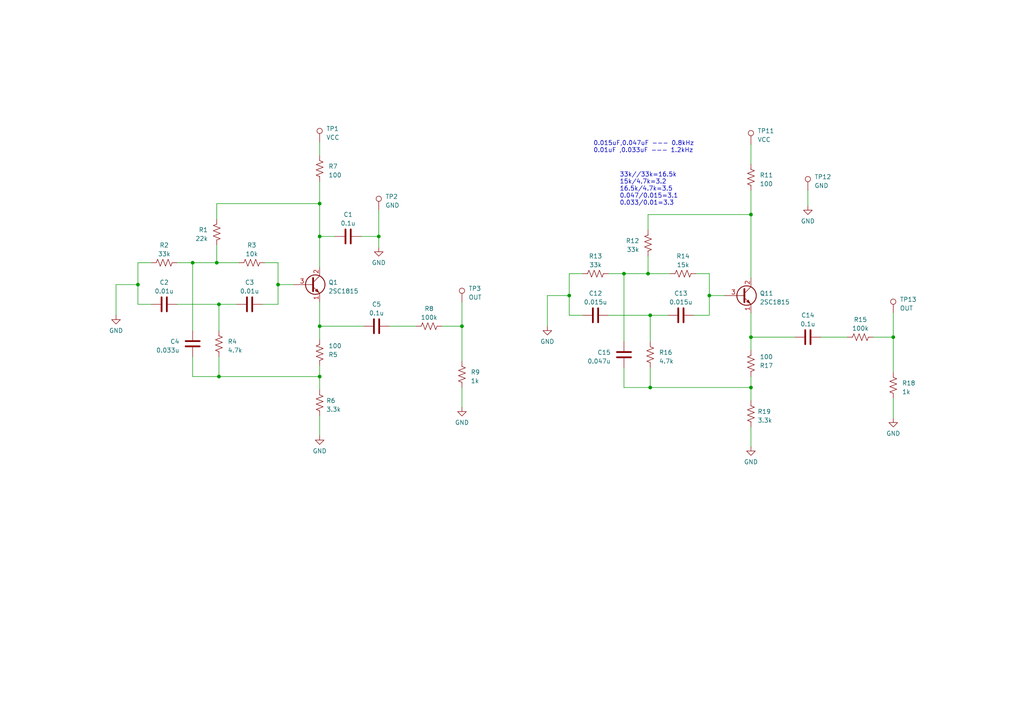
<source format=kicad_sch>
(kicad_sch (version 20230121) (generator eeschema)
  (paper "A4")
  (lib_symbols
    (symbol "Connector:TestPoint" (pin_numbers hide) (pin_names (offset 0.762) hide)
      (property "Reference" "TP" (at 0 6.858 0))
      (property "Value" "TestPoint" (at 0 5.08 0))
      (symbol "TestPoint_0_1"
        (circle (center 0 3.302) (radius 0.762))
      )
      (symbol "TestPoint_1_1"
        (pin passive line (at 0 0 90) (length 2.54) (name "1") (number "1"))
      )
    )
    (symbol "Device:C" (pin_numbers hide) (pin_names (offset 0.254))
      (property "Reference" "C" (at 0.635 2.54 0))
      (property "Value" "C" (at 0.635 -2.54 0))
      (symbol "C_0_1"
        (polyline (pts (xy -2.032 -0.762) (xy 2.032 -0.762)) (stroke (width 0.508)))
        (polyline (pts (xy -2.032 0.762) (xy 2.032 0.762)) (stroke (width 0.508)))
      )
      (symbol "C_1_1"
        (pin passive line (at 0 3.81 270) (length 2.794) (name "~") (number "1"))
        (pin passive line (at 0 -3.81 90) (length 2.794) (name "~") (number "2"))
      )
    )
    (symbol "Device:R_US" (pin_numbers hide) (pin_names (offset 0))
      (property "Reference" "R" (at 2.54 0 90))
      (property "Value" "R_US" (at -2.54 0 90))
      (symbol "R_US_0_1"
        (polyline (pts (xy 0 -2.286) (xy 0 -2.54)))
        (polyline (pts (xy 0 2.286) (xy 0 2.54)))
        (polyline (pts (xy 0 -0.762) (xy 1.016 -1.143) (xy 0 -1.524) (xy -1.016 -1.905) (xy 0 -2.286)))
        (polyline (pts (xy 0 0.762) (xy 1.016 0.381) (xy 0 0) (xy -1.016 -0.381) (xy 0 -0.762)))
        (polyline (pts (xy 0 2.286) (xy 1.016 1.905) (xy 0 1.524) (xy -1.016 1.143) (xy 0 0.762)))
      )
      (symbol "R_US_1_1"
        (pin passive line (at 0 3.81 270) (length 1.27) (name "~") (number "1"))
        (pin passive line (at 0 -3.81 90) (length 1.27) (name "~") (number "2"))
      )
    )
    (symbol "Transistor_BJT:2SC1815" (pin_names (offset 0) hide)
      (property "Reference" "Q" (at 5.08 1.905 0))
      (property "Value" "2SC1815" (at 5.08 0 0))
      (symbol "2SC1815_0_1"
        (polyline (pts (xy 0 0) (xy 0.508 0)))
        (polyline (pts (xy 0.635 0.635) (xy 2.54 2.54)))
        (polyline (pts (xy 0.635 -0.635) (xy 2.54 -2.54) (xy 2.54 -2.54)))
        (polyline (pts (xy 0.635 1.905) (xy 0.635 -1.905) (xy 0.635 -1.905)) (stroke (width 0.508)))
        (polyline (pts (xy 1.27 -1.778) (xy 1.778 -1.27) (xy 2.286 -2.286) (xy 1.27 -1.778) (xy 1.27 -1.778)) (fill (type outline)))
        (circle (center 1.27 0) (radius 2.8194) (stroke (width 0.254)))
      )
      (symbol "2SC1815_1_1"
        (pin passive line (at 2.54 -5.08 90) (length 2.54) (name "E") (number "1"))
        (pin passive line (at 2.54 5.08 270) (length 2.54) (name "C") (number "2"))
        (pin input line (at -5.08 0 0) (length 5.08) (name "B") (number "3"))
      )
    )
    (symbol "power:GND" (power) (pin_names (offset 0))
      (property "Value" "GND" (at 0 -3.81 0))
      (symbol "GND_0_1"
        (polyline (pts (xy 0 0) (xy 0 -1.27) (xy 1.27 -1.27) (xy 0 -2.54) (xy -1.27 -1.27) (xy 0 -1.27)))
      )
      (symbol "GND_1_1"
        (pin power_in line (at 0 0 270) (length 0) hide (name "GND") (number "1"))
      )
    )
  )
  (junction (at 109.855 68.58))
  (junction (at 63.5 109.22))
  (junction (at 217.805 62.23))
  (junction (at 55.88 76.2))
  (junction (at 165.1 85.725))
  (junction (at 40.005 82.55))
  (junction (at 92.71 68.58))
  (junction (at 205.74 85.725))
  (junction (at 92.71 59.055))
  (junction (at 80.645 82.55))
  (junction (at 92.71 94.615))
  (junction (at 188.595 91.44))
  (junction (at 188.595 112.395))
  (junction (at 62.865 76.2))
  (junction (at 180.975 79.375))
  (junction (at 259.08 97.79))
  (junction (at 63.5 88.265))
  (junction (at 92.71 109.22))
  (junction (at 133.985 94.615))
  (junction (at 187.96 79.375))
  (junction (at 217.805 97.79))
  (junction (at 217.805 112.395))
  (wire (pts (xy 133.985 87.63) (xy 133.985 94.615)))
  (wire (pts (xy 205.74 79.375) (xy 205.74 85.725)))
  (wire (pts (xy 180.975 79.375) (xy 187.96 79.375)))
  (wire (pts (xy 80.645 82.55) (xy 85.09 82.55)))
  (wire (pts (xy 109.855 60.96) (xy 109.855 68.58)))
  (wire (pts (xy 165.1 79.375) (xy 165.1 85.725)))
  (wire (pts (xy 104.775 68.58) (xy 109.855 68.58)))
  (wire (pts (xy 259.08 90.805) (xy 259.08 97.79)))
  (wire (pts (xy 63.5 103.505) (xy 63.5 109.22)))
  (wire (pts (xy 92.71 68.58) (xy 97.155 68.58)))
  (wire (pts (xy 63.5 109.22) (xy 92.71 109.22)))
  (wire (pts (xy 180.975 79.375) (xy 180.975 99.06)))
  (wire (pts (xy 92.71 41.275) (xy 92.71 45.085)))
  (wire (pts (xy 55.88 109.22) (xy 63.5 109.22)))
  (wire (pts (xy 40.005 88.265) (xy 43.815 88.265)))
  (wire (pts (xy 92.71 87.63) (xy 92.71 94.615)))
  (wire (pts (xy 33.655 91.44) (xy 33.655 82.55)))
  (wire (pts (xy 180.975 106.68) (xy 180.975 112.395)))
  (wire (pts (xy 187.96 62.23) (xy 217.805 62.23)))
  (wire (pts (xy 238.125 97.79) (xy 245.745 97.79)))
  (wire (pts (xy 217.805 90.805) (xy 217.805 97.79)))
  (wire (pts (xy 62.865 76.2) (xy 69.215 76.2)))
  (wire (pts (xy 217.805 97.79) (xy 217.805 101.6)))
  (wire (pts (xy 217.805 112.395) (xy 217.805 116.205)))
  (wire (pts (xy 217.805 41.91) (xy 217.805 47.625)))
  (wire (pts (xy 33.655 82.55) (xy 40.005 82.55)))
  (wire (pts (xy 113.03 94.615) (xy 120.65 94.615)))
  (wire (pts (xy 158.75 85.725) (xy 165.1 85.725)))
  (wire (pts (xy 62.865 63.5) (xy 62.865 59.055)))
  (wire (pts (xy 92.71 109.22) (xy 92.71 113.03)))
  (wire (pts (xy 62.865 76.2) (xy 62.865 71.12)))
  (wire (pts (xy 133.985 112.395) (xy 133.985 118.11)))
  (wire (pts (xy 165.1 85.725) (xy 165.1 91.44)))
  (wire (pts (xy 176.53 91.44) (xy 188.595 91.44)))
  (wire (pts (xy 63.5 88.265) (xy 68.58 88.265)))
  (wire (pts (xy 55.88 76.2) (xy 62.865 76.2)))
  (wire (pts (xy 76.835 76.2) (xy 80.645 76.2)))
  (wire (pts (xy 92.71 77.47) (xy 92.71 68.58)))
  (wire (pts (xy 205.74 85.725) (xy 210.185 85.725)))
  (wire (pts (xy 92.71 120.65) (xy 92.71 126.365)))
  (wire (pts (xy 187.96 79.375) (xy 187.96 74.295)))
  (wire (pts (xy 176.53 79.375) (xy 180.975 79.375)))
  (wire (pts (xy 259.08 115.57) (xy 259.08 121.285)))
  (wire (pts (xy 92.71 59.055) (xy 92.71 68.58)))
  (wire (pts (xy 80.645 76.2) (xy 80.645 82.55)))
  (wire (pts (xy 128.27 94.615) (xy 133.985 94.615)))
  (wire (pts (xy 92.71 94.615) (xy 92.71 98.425)))
  (wire (pts (xy 133.985 94.615) (xy 133.985 104.775)))
  (wire (pts (xy 63.5 88.265) (xy 63.5 95.885)))
  (wire (pts (xy 217.805 62.23) (xy 217.805 80.645)))
  (wire (pts (xy 217.805 109.22) (xy 217.805 112.395)))
  (wire (pts (xy 205.74 85.725) (xy 205.74 91.44)))
  (wire (pts (xy 92.71 52.705) (xy 92.71 59.055)))
  (wire (pts (xy 92.71 106.045) (xy 92.71 109.22)))
  (wire (pts (xy 51.435 88.265) (xy 63.5 88.265)))
  (wire (pts (xy 253.365 97.79) (xy 259.08 97.79)))
  (wire (pts (xy 187.96 79.375) (xy 194.31 79.375)))
  (wire (pts (xy 187.96 66.675) (xy 187.96 62.23)))
  (wire (pts (xy 55.88 103.505) (xy 55.88 109.22)))
  (wire (pts (xy 80.645 88.265) (xy 76.2 88.265)))
  (wire (pts (xy 188.595 112.395) (xy 217.805 112.395)))
  (wire (pts (xy 188.595 91.44) (xy 188.595 99.06)))
  (wire (pts (xy 217.805 55.245) (xy 217.805 62.23)))
  (wire (pts (xy 62.865 59.055) (xy 92.71 59.055)))
  (wire (pts (xy 168.91 79.375) (xy 165.1 79.375)))
  (wire (pts (xy 188.595 106.68) (xy 188.595 112.395)))
  (wire (pts (xy 158.75 94.615) (xy 158.75 85.725)))
  (wire (pts (xy 55.88 76.2) (xy 55.88 95.885)))
  (wire (pts (xy 92.71 94.615) (xy 105.41 94.615)))
  (wire (pts (xy 43.815 76.2) (xy 40.005 76.2)))
  (wire (pts (xy 188.595 91.44) (xy 193.675 91.44)))
  (wire (pts (xy 201.93 79.375) (xy 205.74 79.375)))
  (wire (pts (xy 80.645 82.55) (xy 80.645 88.265)))
  (wire (pts (xy 109.855 68.58) (xy 109.855 71.755)))
  (wire (pts (xy 217.805 97.79) (xy 230.505 97.79)))
  (wire (pts (xy 180.975 112.395) (xy 188.595 112.395)))
  (wire (pts (xy 234.315 55.245) (xy 234.315 59.69)))
  (wire (pts (xy 40.005 82.55) (xy 40.005 88.265)))
  (wire (pts (xy 51.435 76.2) (xy 55.88 76.2)))
  (wire (pts (xy 217.805 123.825) (xy 217.805 129.54)))
  (wire (pts (xy 259.08 97.79) (xy 259.08 107.95)))
  (wire (pts (xy 205.74 91.44) (xy 201.295 91.44)))
  (wire (pts (xy 165.1 91.44) (xy 168.91 91.44)))
  (wire (pts (xy 40.005 76.2) (xy 40.005 82.55)))
  (text "33k//33k=16.5k\n15k/4.7k=3.2\n16.5k/4.7k=3.5\n0.047/0.015=3.1\n0.033/0.01=3.3\n" (at 179.705 59.69 0) (effects (font (size 1.27 1.27)) (justify left bottom)))
  (text "0.015uF,0.047uF --- 0.8kHz\n0.01uF ,0.033uF --- 1.2kHz\n" (at 172.085 44.45 0) (effects (font (size 1.27 1.27)) (justify left bottom)))
  (symbol (lib_id "power:GND") (at 217.805 129.54 0) (unit 1)
    (property "Reference" "#PWR06" (effects hide))
    (property "Value" "GND" (at 217.805 133.985 0))
  )
  (symbol (lib_id "power:GND") (at 259.08 121.285 0) (unit 1)
    (property "Reference" "#PWR011" (effects hide))
    (property "Value" "GND" (at 259.08 125.73 0))
  )
  (symbol (lib_id "Device:R_US") (at 217.805 105.41 0) (mirror x) (unit 1)
    (property "Reference" "R17" (at 220.345 106.045 0) (effects (justify left)))
    (property "Value" "100" (at 220.345 103.505 0) (effects (justify left)))
    (property "Footprint" "Resistor_THT:R_Axial_DIN0207_L6.3mm_D2.5mm_P2.54mm_Vertical" (effects hide))
  )
  (symbol (lib_id "power:GND") (at 158.75 94.615 0) (unit 1)
    (property "Reference" "#PWR04" (effects hide))
    (property "Value" "GND" (at 158.75 99.06 0))
  )
  (symbol (lib_id "Device:R_US") (at 188.595 102.87 180) (unit 1)
    (property "Reference" "R16" (at 191.135 102.235 0) (effects (justify right)))
    (property "Value" "4.7k" (at 191.135 104.775 0) (effects (justify right)))
    (property "Footprint" "Resistor_THT:R_Axial_DIN0207_L6.3mm_D2.5mm_P2.54mm_Vertical" (effects hide))
  )
  (symbol (lib_id "Device:C") (at 172.72 91.44 90) (unit 1)
    (property "Reference" "C12" (at 172.72 85.09 90))
    (property "Value" "0.015u" (at 172.72 87.63 90))
    (property "Footprint" "usr-Library:C_Disc_P5.12mm" (effects hide))
  )
  (symbol (lib_id "Device:R_US") (at 92.71 48.895 0) (unit 1)
    (property "Reference" "R7" (at 95.25 48.26 0) (effects (justify left)))
    (property "Value" "100" (at 95.25 50.8 0) (effects (justify left)))
    (property "Footprint" "Resistor_THT:R_Axial_DIN0207_L6.3mm_D2.5mm_P2.54mm_Vertical" (effects hide))
  )
  (symbol (lib_id "Transistor_BJT:2SC1815") (at 90.17 82.55 0) (unit 1)
    (property "Reference" "Q1" (at 95.25 81.915 0) (effects (justify left)))
    (property "Value" "2SC1815" (at 95.25 84.455 0) (effects (justify left)))
    (property "Footprint" "Package_TO_SOT_THT:TO-92_Inline_Wide" (effects hide))
    (property "Datasheet" "https://media.digikey.com/pdf/Data%20Sheets/Toshiba%20PDFs/2SC1815.pdf" (effects hide))
  )
  (symbol (lib_id "Device:C") (at 100.965 68.58 90) (unit 1)
    (property "Reference" "C1" (at 100.965 62.23 90))
    (property "Value" "0.1u" (at 100.965 64.77 90))
    (property "Footprint" "usr-Library:C_Disc_P2.54mm" (effects hide))
  )
  (symbol (lib_id "Device:C") (at 55.88 99.695 0) (mirror y) (unit 1)
    (property "Reference" "C4" (at 52.07 99.06 0) (effects (justify left)))
    (property "Value" "0.033u" (at 52.07 101.6 0) (effects (justify left)))
    (property "Footprint" "usr-Library:C_Disc_P5.12mm" (effects hide))
  )
  (symbol (lib_id "Device:R_US") (at 187.96 70.485 0) (mirror y) (unit 1)
    (property "Reference" "R12" (at 185.42 69.85 0) (effects (justify left)))
    (property "Value" "33k" (at 185.42 72.39 0) (effects (justify left)))
    (property "Footprint" "Resistor_THT:R_Axial_DIN0207_L6.3mm_D2.5mm_P2.54mm_Vertical" (effects hide))
  )
  (symbol (lib_id "Connector:TestPoint") (at 259.08 90.805 0) (unit 1)
    (property "Reference" "TP13" (at 260.985 86.868 0) (effects (justify left)))
    (property "Value" "OUT" (at 260.985 89.408 0) (effects (justify left)))
    (property "Footprint" "TestPoint:TestPoint_Loop_D2.50mm_Drill1.0mm" (effects hide))
  )
  (symbol (lib_id "Connector:TestPoint") (at 133.985 87.63 0) (unit 1)
    (property "Reference" "TP3" (at 135.89 83.693 0) (effects (justify left)))
    (property "Value" "OUT" (at 135.89 86.233 0) (effects (justify left)))
    (property "Footprint" "TestPoint:TestPoint_Loop_D2.50mm_Drill1.0mm" (effects hide))
  )
  (symbol (lib_id "Device:C") (at 47.625 88.265 90) (unit 1)
    (property "Reference" "C2" (at 47.625 81.915 90))
    (property "Value" "0.01u" (at 47.625 84.455 90))
    (property "Footprint" "usr-Library:C_Disc_P5.12mm" (effects hide))
  )
  (symbol (lib_id "Device:R_US") (at 47.625 76.2 90) (unit 1)
    (property "Reference" "R2" (at 47.625 71.12 90))
    (property "Value" "33k" (at 47.625 73.66 90))
    (property "Footprint" "Resistor_THT:R_Axial_DIN0207_L6.3mm_D2.5mm_P2.54mm_Vertical" (effects hide))
  )
  (symbol (lib_id "Device:C") (at 180.975 102.87 0) (mirror y) (unit 1)
    (property "Reference" "C15" (at 177.165 102.235 0) (effects (justify left)))
    (property "Value" "0.047u" (at 177.165 104.775 0) (effects (justify left)))
    (property "Footprint" "usr-Library:C_Disc_P5.12mm" (effects hide))
  )
  (symbol (lib_id "Device:R_US") (at 62.865 67.31 0) (mirror y) (unit 1)
    (property "Reference" "R1" (at 60.325 66.675 0) (effects (justify left)))
    (property "Value" "22k" (at 60.325 69.215 0) (effects (justify left)))
    (property "Footprint" "Resistor_THT:R_Axial_DIN0207_L6.3mm_D2.5mm_P2.54mm_Vertical" (effects hide))
  )
  (symbol (lib_id "Transistor_BJT:2SC1815") (at 215.265 85.725 0) (unit 1)
    (property "Reference" "Q11" (at 220.345 85.09 0) (effects (justify left)))
    (property "Value" "2SC1815" (at 220.345 87.63 0) (effects (justify left)))
    (property "Footprint" "Package_TO_SOT_THT:TO-92_Inline_Wide" (effects hide))
    (property "Datasheet" "https://media.digikey.com/pdf/Data%20Sheets/Toshiba%20PDFs/2SC1815.pdf" (effects hide))
  )
  (symbol (lib_id "power:GND") (at 234.315 59.69 0) (unit 1)
    (property "Reference" "#PWR03" (effects hide))
    (property "Value" "GND" (at 234.315 64.135 0))
  )
  (symbol (lib_id "Device:C") (at 72.39 88.265 90) (unit 1)
    (property "Reference" "C3" (at 72.39 81.915 90))
    (property "Value" "0.01u" (at 72.39 84.455 90))
    (property "Footprint" "usr-Library:C_Disc_P5.12mm" (effects hide))
  )
  (symbol (lib_id "Device:C") (at 234.315 97.79 90) (unit 1)
    (property "Reference" "C14" (at 234.315 91.44 90))
    (property "Value" "0.1u" (at 234.315 93.98 90))
    (property "Footprint" "usr-Library:C_Disc_P2.54mm" (effects hide))
  )
  (symbol (lib_id "Device:R_US") (at 172.72 79.375 90) (unit 1)
    (property "Reference" "R13" (at 172.72 74.295 90))
    (property "Value" "33k" (at 172.72 76.835 90))
    (property "Footprint" "Resistor_THT:R_Axial_DIN0207_L6.3mm_D2.5mm_P2.54mm_Vertical" (effects hide))
  )
  (symbol (lib_id "power:GND") (at 133.985 118.11 0) (unit 1)
    (property "Reference" "#PWR02" (effects hide))
    (property "Value" "GND" (at 133.985 122.555 0))
  )
  (symbol (lib_id "Device:C") (at 197.485 91.44 90) (unit 1)
    (property "Reference" "C13" (at 197.485 85.09 90))
    (property "Value" "0.015u" (at 197.485 87.63 90))
    (property "Footprint" "usr-Library:C_Disc_P5.12mm" (effects hide))
  )
  (symbol (lib_id "Connector:TestPoint") (at 109.855 60.96 0) (unit 1)
    (property "Reference" "TP2" (at 111.76 57.023 0) (effects (justify left)))
    (property "Value" "GND" (at 111.76 59.563 0) (effects (justify left)))
    (property "Footprint" "TestPoint:TestPoint_Loop_D2.50mm_Drill1.0mm" (effects hide))
  )
  (symbol (lib_id "power:GND") (at 33.655 91.44 0) (unit 1)
    (property "Reference" "#PWR01" (effects hide))
    (property "Value" "GND" (at 33.655 95.885 0))
  )
  (symbol (lib_id "power:GND") (at 109.855 71.755 0) (unit 1)
    (property "Reference" "#PWR015" (effects hide))
    (property "Value" "GND" (at 109.855 76.2 0))
  )
  (symbol (lib_id "Device:C") (at 109.22 94.615 90) (unit 1)
    (property "Reference" "C5" (at 109.22 88.265 90))
    (property "Value" "0.1u" (at 109.22 90.805 90))
    (property "Footprint" "usr-Library:C_Disc_P2.54mm" (effects hide))
  )
  (symbol (lib_id "Device:R_US") (at 259.08 111.76 180) (unit 1)
    (property "Reference" "R18" (at 261.62 111.125 0) (effects (justify right)))
    (property "Value" "1k" (at 261.62 113.665 0) (effects (justify right)))
    (property "Footprint" "Resistor_THT:R_Axial_DIN0207_L6.3mm_D2.5mm_P2.54mm_Vertical" (effects hide))
  )
  (symbol (lib_id "power:GND") (at 92.71 126.365 0) (unit 1)
    (property "Reference" "#PWR050" (effects hide))
    (property "Value" "GND" (at 92.71 130.81 0))
  )
  (symbol (lib_id "Device:R_US") (at 217.805 51.435 0) (unit 1)
    (property "Reference" "R11" (at 220.345 50.8 0) (effects (justify left)))
    (property "Value" "100" (at 220.345 53.34 0) (effects (justify left)))
    (property "Footprint" "Resistor_THT:R_Axial_DIN0207_L6.3mm_D2.5mm_P2.54mm_Vertical" (effects hide))
  )
  (symbol (lib_id "Device:R_US") (at 217.805 120.015 180) (unit 1)
    (property "Reference" "R19" (at 219.71 119.38 0) (effects (justify right)))
    (property "Value" "3.3k" (at 219.71 121.92 0) (effects (justify right)))
    (property "Footprint" "Resistor_THT:R_Axial_DIN0207_L6.3mm_D2.5mm_P2.54mm_Vertical" (effects hide))
  )
  (symbol (lib_id "Connector:TestPoint") (at 234.315 55.245 0) (unit 1)
    (property "Reference" "TP12" (at 236.22 51.308 0) (effects (justify left)))
    (property "Value" "GND" (at 236.22 53.848 0) (effects (justify left)))
    (property "Footprint" "TestPoint:TestPoint_Loop_D2.50mm_Drill1.0mm" (effects hide))
  )
  (symbol (lib_id "Device:R_US") (at 198.12 79.375 90) (unit 1)
    (property "Reference" "R14" (at 198.12 74.295 90))
    (property "Value" "15k" (at 198.12 76.835 90))
    (property "Footprint" "Resistor_THT:R_Axial_DIN0207_L6.3mm_D2.5mm_P2.54mm_Vertical" (effects hide))
  )
  (symbol (lib_id "Device:R_US") (at 92.71 116.84 180) (unit 1)
    (property "Reference" "R6" (at 94.615 116.205 0) (effects (justify right)))
    (property "Value" "3.3k" (at 94.615 118.745 0) (effects (justify right)))
    (property "Footprint" "Resistor_THT:R_Axial_DIN0207_L6.3mm_D2.5mm_P2.54mm_Vertical" (effects hide))
  )
  (symbol (lib_id "Device:R_US") (at 249.555 97.79 270) (unit 1)
    (property "Reference" "R15" (at 249.555 92.71 90))
    (property "Value" "100k" (at 249.555 95.25 90))
    (property "Footprint" "Resistor_THT:R_Axial_DIN0207_L6.3mm_D2.5mm_P2.54mm_Vertical" (effects hide))
  )
  (symbol (lib_id "Connector:TestPoint") (at 92.71 41.275 0) (unit 1)
    (property "Reference" "TP1" (at 94.615 37.338 0) (effects (justify left)))
    (property "Value" "VCC" (at 94.615 39.878 0) (effects (justify left)))
    (property "Footprint" "TestPoint:TestPoint_Loop_D2.50mm_Drill1.0mm" (effects hide))
  )
  (symbol (lib_id "Device:R_US") (at 63.5 99.695 180) (unit 1)
    (property "Reference" "R4" (at 66.04 99.06 0) (effects (justify right)))
    (property "Value" "4.7k" (at 66.04 101.6 0) (effects (justify right)))
    (property "Footprint" "Resistor_THT:R_Axial_DIN0207_L6.3mm_D2.5mm_P2.54mm_Vertical" (effects hide))
  )
  (symbol (lib_id "Device:R_US") (at 92.71 102.235 0) (mirror x) (unit 1)
    (property "Reference" "R5" (at 95.25 102.87 0) (effects (justify left)))
    (property "Value" "100" (at 95.25 100.33 0) (effects (justify left)))
    (property "Footprint" "Resistor_THT:R_Axial_DIN0207_L6.3mm_D2.5mm_P2.54mm_Vertical" (effects hide))
  )
  (symbol (lib_id "Device:R_US") (at 73.025 76.2 90) (unit 1)
    (property "Reference" "R3" (at 73.025 71.12 90))
    (property "Value" "10k" (at 73.025 73.66 90))
    (property "Footprint" "Resistor_THT:R_Axial_DIN0207_L6.3mm_D2.5mm_P2.54mm_Vertical" (effects hide))
  )
  (symbol (lib_id "Device:R_US") (at 133.985 108.585 180) (unit 1)
    (property "Reference" "R9" (at 136.525 107.95 0) (effects (justify right)))
    (property "Value" "1k" (at 136.525 110.49 0) (effects (justify right)))
    (property "Footprint" "Resistor_THT:R_Axial_DIN0207_L6.3mm_D2.5mm_P2.54mm_Vertical" (effects hide))
  )
  (symbol (lib_id "Connector:TestPoint") (at 217.805 41.91 0) (unit 1)
    (property "Reference" "TP11" (at 219.71 37.973 0) (effects (justify left)))
    (property "Value" "VCC" (at 219.71 40.513 0) (effects (justify left)))
    (property "Footprint" "TestPoint:TestPoint_Loop_D2.50mm_Drill1.0mm" (effects hide))
  )
  (symbol (lib_id "Device:R_US") (at 124.46 94.615 90) (unit 1)
    (property "Reference" "R8" (at 124.46 89.535 90))
    (property "Value" "100k" (at 124.46 92.075 90))
    (property "Footprint" "Resistor_THT:R_Axial_DIN0207_L6.3mm_D2.5mm_P2.54mm_Vertical" (effects hide))
  )
)
</source>
